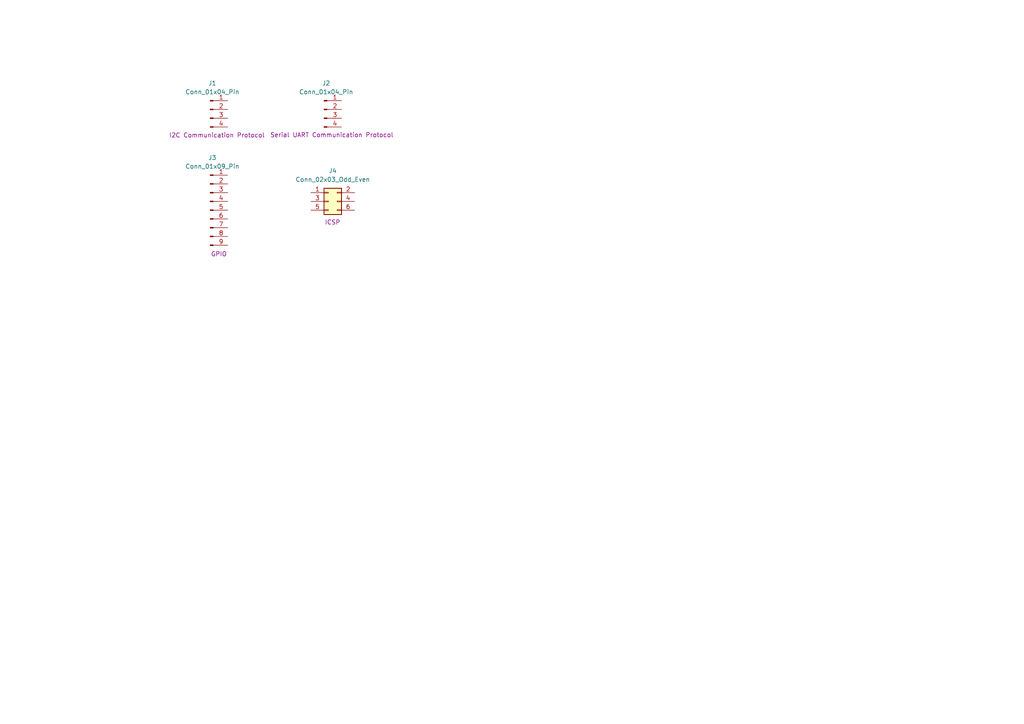
<source format=kicad_sch>
(kicad_sch (version 20250114) (generator "eeschema") (generator_version "9.0")
  (paper "A4")
  (lib_symbols
    (symbol "Connector:Conn_01x04_Pin" (pin_names (offset 1.016) (hide yes))
      (property "Reference" "J" (at 0 5.08 0))
      (property "Value" "Conn_01x04_Pin" (at 0 -7.62 0))
      (symbol "Conn_01x04_Pin_1_1"
        (rectangle (start 0.8636 2.667) (end 0 2.413) (stroke (width 0.1524)) (fill (type outline)))
        (rectangle (start 0.8636 0.127) (end 0 -0.127) (stroke (width 0.1524)) (fill (type outline)))
        (rectangle (start 0.8636 -2.413) (end 0 -2.667) (stroke (width 0.1524)) (fill (type outline)))
        (rectangle (start 0.8636 -4.953) (end 0 -5.207) (stroke (width 0.1524)) (fill (type outline)))
        (polyline (pts (xy 1.27 2.54) (xy 0.8636 2.54)) (stroke (width 0.1524)))
        (polyline (pts (xy 1.27 0) (xy 0.8636 0)) (stroke (width 0.1524)))
        (polyline (pts (xy 1.27 -2.54) (xy 0.8636 -2.54)) (stroke (width 0.1524)))
        (polyline (pts (xy 1.27 -5.08) (xy 0.8636 -5.08)) (stroke (width 0.1524)))
        (pin passive line (at 5.08 2.54 180) (length 3.81) (name "Pin_1") (number "1"))
        (pin passive line (at 5.08 0 180) (length 3.81) (name "Pin_2") (number "2"))
        (pin passive line (at 5.08 -2.54 180) (length 3.81) (name "Pin_3") (number "3"))
        (pin passive line (at 5.08 -5.08 180) (length 3.81) (name "Pin_4") (number "4"))
      )
    )
    (symbol "Connector:Conn_01x09_Pin" (pin_names (offset 1.016) (hide yes))
      (property "Reference" "J" (at 0 12.7 0))
      (property "Value" "Conn_01x09_Pin" (at 0 -12.7 0))
      (symbol "Conn_01x09_Pin_1_1"
        (rectangle (start 0.8636 10.287) (end 0 10.033) (stroke (width 0.1524)) (fill (type outline)))
        (rectangle (start 0.8636 7.747) (end 0 7.493) (stroke (width 0.1524)) (fill (type outline)))
        (rectangle (start 0.8636 5.207) (end 0 4.953) (stroke (width 0.1524)) (fill (type outline)))
        (rectangle (start 0.8636 2.667) (end 0 2.413) (stroke (width 0.1524)) (fill (type outline)))
        (rectangle (start 0.8636 0.127) (end 0 -0.127) (stroke (width 0.1524)) (fill (type outline)))
        (rectangle (start 0.8636 -2.413) (end 0 -2.667) (stroke (width 0.1524)) (fill (type outline)))
        (rectangle (start 0.8636 -4.953) (end 0 -5.207) (stroke (width 0.1524)) (fill (type outline)))
        (rectangle (start 0.8636 -7.493) (end 0 -7.747) (stroke (width 0.1524)) (fill (type outline)))
        (rectangle (start 0.8636 -10.033) (end 0 -10.287) (stroke (width 0.1524)) (fill (type outline)))
        (polyline (pts (xy 1.27 10.16) (xy 0.8636 10.16)) (stroke (width 0.1524)))
        (polyline (pts (xy 1.27 7.62) (xy 0.8636 7.62)) (stroke (width 0.1524)))
        (polyline (pts (xy 1.27 5.08) (xy 0.8636 5.08)) (stroke (width 0.1524)))
        (polyline (pts (xy 1.27 2.54) (xy 0.8636 2.54)) (stroke (width 0.1524)))
        (polyline (pts (xy 1.27 0) (xy 0.8636 0)) (stroke (width 0.1524)))
        (polyline (pts (xy 1.27 -2.54) (xy 0.8636 -2.54)) (stroke (width 0.1524)))
        (polyline (pts (xy 1.27 -5.08) (xy 0.8636 -5.08)) (stroke (width 0.1524)))
        (polyline (pts (xy 1.27 -7.62) (xy 0.8636 -7.62)) (stroke (width 0.1524)))
        (polyline (pts (xy 1.27 -10.16) (xy 0.8636 -10.16)) (stroke (width 0.1524)))
        (pin passive line (at 5.08 10.16 180) (length 3.81) (name "Pin_1") (number "1"))
        (pin passive line (at 5.08 7.62 180) (length 3.81) (name "Pin_2") (number "2"))
        (pin passive line (at 5.08 5.08 180) (length 3.81) (name "Pin_3") (number "3"))
        (pin passive line (at 5.08 2.54 180) (length 3.81) (name "Pin_4") (number "4"))
        (pin passive line (at 5.08 0 180) (length 3.81) (name "Pin_5") (number "5"))
        (pin passive line (at 5.08 -2.54 180) (length 3.81) (name "Pin_6") (number "6"))
        (pin passive line (at 5.08 -5.08 180) (length 3.81) (name "Pin_7") (number "7"))
        (pin passive line (at 5.08 -7.62 180) (length 3.81) (name "Pin_8") (number "8"))
        (pin passive line (at 5.08 -10.16 180) (length 3.81) (name "Pin_9") (number "9"))
      )
    )
    (symbol "Connector_Generic:Conn_02x03_Odd_Even" (pin_names (offset 1.016) (hide yes))
      (property "Reference" "J" (at 1.27 5.08 0))
      (property "Value" "Conn_02x03_Odd_Even" (at 1.27 -5.08 0))
      (symbol "Conn_02x03_Odd_Even_1_1"
        (rectangle (start -1.27 3.81) (end 3.81 -3.81) (stroke (width 0.254)) (fill (type background)))
        (rectangle (start -1.27 2.667) (end 0 2.413) (stroke (width 0.1524)))
        (rectangle (start -1.27 0.127) (end 0 -0.127) (stroke (width 0.1524)))
        (rectangle (start -1.27 -2.413) (end 0 -2.667) (stroke (width 0.1524)))
        (rectangle (start 3.81 2.667) (end 2.54 2.413) (stroke (width 0.1524)))
        (rectangle (start 3.81 0.127) (end 2.54 -0.127) (stroke (width 0.1524)))
        (rectangle (start 3.81 -2.413) (end 2.54 -2.667) (stroke (width 0.1524)))
        (pin passive line (at -5.08 2.54 0) (length 3.81) (name "Pin_1") (number "1"))
        (pin passive line (at -5.08 0 0) (length 3.81) (name "Pin_3") (number "3"))
        (pin passive line (at -5.08 -2.54 0) (length 3.81) (name "Pin_5") (number "5"))
        (pin passive line (at 7.62 2.54 180) (length 3.81) (name "Pin_2") (number "2"))
        (pin passive line (at 7.62 0 180) (length 3.81) (name "Pin_4") (number "4"))
        (pin passive line (at 7.62 -2.54 180) (length 3.81) (name "Pin_6") (number "6"))
      )
    )
  )
  (symbol (lib_id "Connector_Generic:Conn_02x03_Odd_Even") (at 95.25 58.42 0) (unit 1)
    (property "Reference" "J4" (at 96.52 49.53 0))
    (property "Value" "Conn_02x03_Odd_Even" (at 96.52 52.07 0))
    (property "Footprint" "Connector_PinHeader_2.54mm:PinHeader_2x03_P2.54mm_Vertical" (effects (hide yes)))
    (property "Description" "Generic connector, double row, 02x03, odd/even pin numbering scheme (row 1 odd numbers, row 2 even numbers), script generated (kicad-library-utils/schlib/autogen/connector/)" (effects (hide yes)))
    (property "Purpose" "ICSP" (at 96.4616 64.4501 0))
  )
  (symbol (lib_id "Connector:Conn_01x04_Pin") (at 60.96 31.75 0) (unit 1)
    (property "Reference" "J1" (at 61.595 24.13 0))
    (property "Value" "Conn_01x04_Pin" (at 61.595 26.67 0))
    (property "Footprint" "Connector_PinHeader_2.54mm:PinHeader_1x04_P2.54mm_Vertical" (effects (hide yes)))
    (property "Description" "Generic connector, single row, 01x04, script generated" (effects (hide yes)))
    (property "Purpose" "I2C Communication Protocol" (at 62.9557 39.1951 0))
  )
  (symbol (lib_id "Connector:Conn_01x04_Pin") (at 93.98 31.75 0) (unit 1)
    (property "Reference" "J2" (at 94.615 24.13 0))
    (property "Value" "Conn_01x04_Pin" (at 94.615 26.67 0))
    (property "Footprint" "Connector_PinHeader_2.54mm:PinHeader_1x04_P2.54mm_Vertical" (effects (hide yes)))
    (property "Description" "Generic connector, single row, 01x04, script generated" (effects (hide yes)))
    (property "Purpose" "Serial UART Communication Protocol" (at 96.2464 39.1234 0))
  )
  (symbol (lib_id "Connector:Conn_01x09_Pin") (at 60.96 60.96 0) (unit 1)
    (property "Reference" "J3" (at 61.595 45.72 0))
    (property "Value" "Conn_01x09_Pin" (at 61.595 48.26 0))
    (property "Footprint" "Connector_PinHeader_2.54mm:PinHeader_1x09_P2.54mm_Vertical" (effects (hide yes)))
    (property "Description" "Generic connector, single row, 01x09, script generated" (effects (hide yes)))
    (property "Purpose" "GPIO" (at 63.5 73.66 0))
  )
)
</source>
